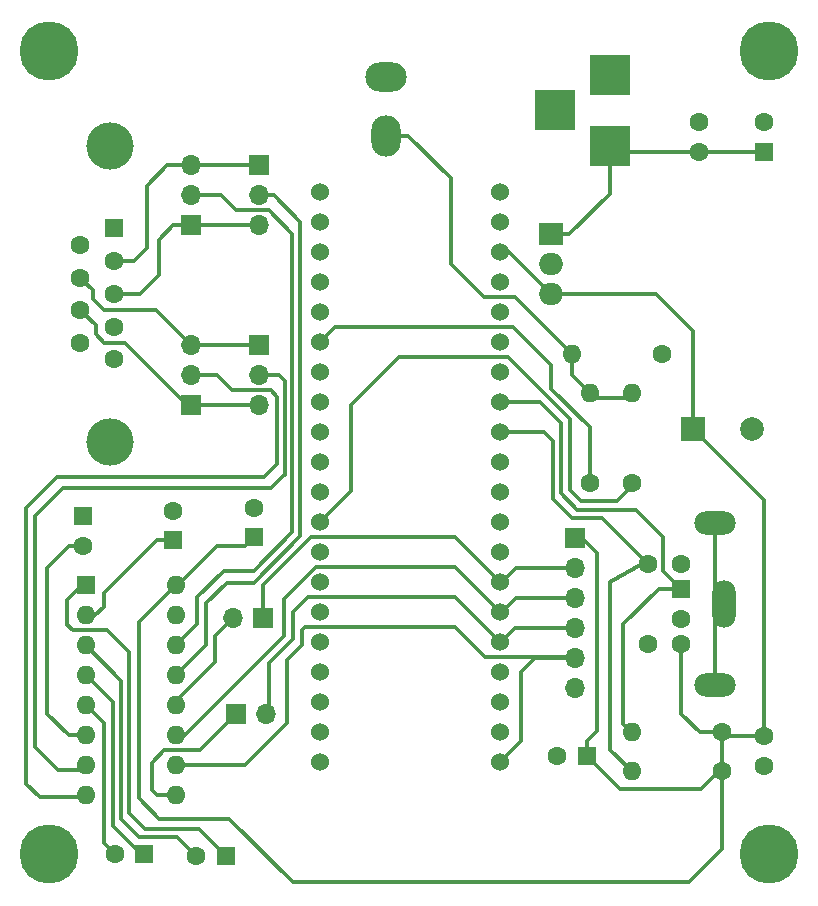
<source format=gbr>
%TF.GenerationSoftware,KiCad,Pcbnew,(6.0.2)*%
%TF.CreationDate,2022-10-05T14:19:39-05:00*%
%TF.ProjectId,OneChipTerminal,4f6e6543-6869-4705-9465-726d696e616c,rev?*%
%TF.SameCoordinates,Original*%
%TF.FileFunction,Copper,L2,Bot*%
%TF.FilePolarity,Positive*%
%FSLAX46Y46*%
G04 Gerber Fmt 4.6, Leading zero omitted, Abs format (unit mm)*
G04 Created by KiCad (PCBNEW (6.0.2)) date 2022-10-05 14:19:39*
%MOMM*%
%LPD*%
G01*
G04 APERTURE LIST*
%TA.AperFunction,ComponentPad*%
%ADD10R,1.600000X1.600000*%
%TD*%
%TA.AperFunction,ComponentPad*%
%ADD11C,1.600000*%
%TD*%
%TA.AperFunction,ComponentPad*%
%ADD12R,2.000000X2.000000*%
%TD*%
%TA.AperFunction,ComponentPad*%
%ADD13C,2.000000*%
%TD*%
%TA.AperFunction,ComponentPad*%
%ADD14R,3.500000X3.500000*%
%TD*%
%TA.AperFunction,ComponentPad*%
%ADD15O,1.600000X1.600000*%
%TD*%
%TA.AperFunction,ComponentPad*%
%ADD16C,5.000000*%
%TD*%
%TA.AperFunction,ComponentPad*%
%ADD17R,2.000000X1.905000*%
%TD*%
%TA.AperFunction,ComponentPad*%
%ADD18O,2.000000X1.905000*%
%TD*%
%TA.AperFunction,ComponentPad*%
%ADD19R,1.700000X1.700000*%
%TD*%
%TA.AperFunction,ComponentPad*%
%ADD20O,1.700000X1.700000*%
%TD*%
%TA.AperFunction,ComponentPad*%
%ADD21O,3.500000X2.500000*%
%TD*%
%TA.AperFunction,ComponentPad*%
%ADD22O,2.500000X3.500000*%
%TD*%
%TA.AperFunction,ComponentPad*%
%ADD23O,2.000000X4.000000*%
%TD*%
%TA.AperFunction,ComponentPad*%
%ADD24O,3.500000X2.000000*%
%TD*%
%TA.AperFunction,ComponentPad*%
%ADD25C,1.524000*%
%TD*%
%TA.AperFunction,ComponentPad*%
%ADD26C,4.000000*%
%TD*%
%TA.AperFunction,Conductor*%
%ADD27C,0.350000*%
%TD*%
G04 APERTURE END LIST*
D10*
%TO.P,C1,1*%
%TO.N,+5V*%
X160528000Y-123698000D03*
D11*
%TO.P,C1,2*%
%TO.N,GND*%
X158028000Y-123698000D03*
%TD*%
D10*
%TO.P,C8,1*%
%TO.N,Net-(C6-Pad1)*%
X175500000Y-72500000D03*
D11*
%TO.P,C8,2*%
%TO.N,GND*%
X175500000Y-70000000D03*
%TD*%
D12*
%TO.P,C11,1*%
%TO.N,+5V*%
X169500000Y-96000000D03*
D13*
%TO.P,C11,2*%
%TO.N,GND*%
X174500000Y-96000000D03*
%TD*%
D14*
%TO.P,J1,1*%
%TO.N,Net-(C6-Pad1)*%
X162500000Y-72000000D03*
%TO.P,J1,2*%
%TO.N,GND*%
X162500000Y-66000000D03*
%TO.P,J1,3*%
%TO.N,unconnected-(J1-Pad3)*%
X157800000Y-69000000D03*
%TD*%
D11*
%TO.P,R1,1*%
%TO.N,+5V*%
X171958000Y-124968000D03*
D15*
%TO.P,R1,2*%
%TO.N,PS2CLK*%
X164338000Y-124968000D03*
%TD*%
D11*
%TO.P,R2,1*%
%TO.N,+5V*%
X171958000Y-121666000D03*
D15*
%TO.P,R2,2*%
%TO.N,PS2DATA*%
X164338000Y-121666000D03*
%TD*%
D11*
%TO.P,R6,1*%
%TO.N,Net-(R6-Pad1)*%
X160782000Y-100584000D03*
D15*
%TO.P,R6,2*%
%TO.N,Net-(J2-Pad2)*%
X160782000Y-92964000D03*
%TD*%
D11*
%TO.P,R7,1*%
%TO.N,Net-(R7-Pad1)*%
X164338000Y-100584000D03*
D15*
%TO.P,R7,2*%
%TO.N,Net-(J2-Pad2)*%
X164338000Y-92964000D03*
%TD*%
D16*
%TO.P,J3,1,Pin_1*%
%TO.N,GND*%
X115000000Y-64000000D03*
%TD*%
%TO.P,J4,1,Pin_1*%
%TO.N,GND*%
X115000000Y-132000000D03*
%TD*%
%TO.P,J5,1,Pin_1*%
%TO.N,GND*%
X176000000Y-132000000D03*
%TD*%
%TO.P,J6,1,Pin_1*%
%TO.N,GND*%
X176000000Y-64000000D03*
%TD*%
D17*
%TO.P,U4,1,IN*%
%TO.N,Net-(C6-Pad1)*%
X157500000Y-79500000D03*
D18*
%TO.P,U4,2,GND*%
%TO.N,GND*%
X157500000Y-82040000D03*
%TO.P,U4,3,OUT*%
%TO.N,+5V*%
X157500000Y-84580000D03*
%TD*%
D11*
%TO.P,C6,1*%
%TO.N,Net-(C6-Pad1)*%
X170000000Y-72500000D03*
%TO.P,C6,2*%
%TO.N,GND*%
X170000000Y-70000000D03*
%TD*%
%TO.P,R9,1*%
%TO.N,GND*%
X166878000Y-89662000D03*
D15*
%TO.P,R9,2*%
%TO.N,Net-(J2-Pad2)*%
X159258000Y-89662000D03*
%TD*%
D11*
%TO.P,C10,1*%
%TO.N,+5V*%
X175500000Y-122000000D03*
%TO.P,C10,2*%
%TO.N,GND*%
X175500000Y-124500000D03*
%TD*%
D19*
%TO.P,J8,1,Pin_1*%
%TO.N,+5V*%
X159512000Y-105240000D03*
D20*
%TO.P,J8,2,Pin_2*%
%TO.N,RX1*%
X159512000Y-107780000D03*
%TO.P,J8,3,Pin_3*%
%TO.N,TX1*%
X159512000Y-110320000D03*
%TO.P,J8,4,Pin_4*%
%TO.N,CTS*%
X159512000Y-112860000D03*
%TO.P,J8,5,Pin_5*%
%TO.N,RTS*%
X159512000Y-115400000D03*
%TO.P,J8,6,Pin_6*%
%TO.N,GND*%
X159512000Y-117940000D03*
%TD*%
D21*
%TO.P,J2,1,SHIELD*%
%TO.N,GND*%
X143520000Y-66185000D03*
D22*
%TO.P,J2,2,PIN*%
%TO.N,Net-(J2-Pad2)*%
X143520000Y-71185000D03*
%TD*%
D10*
%TO.P,P1,1,1*%
%TO.N,PS2DATA*%
X168500000Y-109500000D03*
D11*
%TO.P,P1,2,2*%
%TO.N,unconnected-(P1-Pad2)*%
X168500000Y-112100000D03*
%TO.P,P1,3,3*%
%TO.N,GND*%
X168500000Y-107400000D03*
%TO.P,P1,4,4*%
%TO.N,+5V*%
X168500000Y-114200000D03*
%TO.P,P1,5,5*%
%TO.N,PS2CLK*%
X165700000Y-107400000D03*
%TO.P,P1,6*%
%TO.N,unconnected-(P1-Pad6)*%
X165700000Y-114200000D03*
D23*
%TO.P,P1,7,Shell*%
%TO.N,unconnected-(P1-Pad7)*%
X172150000Y-110800000D03*
D24*
X171350000Y-117650000D03*
X171350000Y-103950000D03*
%TD*%
D25*
%TO.P,UB1,1,Vbat*%
%TO.N,unconnected-(UB1-Pad1)*%
X137922000Y-75946000D03*
%TO.P,UB1,2,PC13_5V_LED*%
%TO.N,unconnected-(UB1-Pad2)*%
X137922000Y-78486000D03*
%TO.P,UB1,3,PC14_5V_OSC32IN*%
%TO.N,unconnected-(UB1-Pad3)*%
X137922000Y-81026000D03*
%TO.P,UB1,4,PC15_5V_OSC32OUT*%
%TO.N,unconnected-(UB1-Pad4)*%
X137922000Y-83566000D03*
%TO.P,UB1,7,NRST_RESET*%
%TO.N,unconnected-(UB1-Pad7)*%
X137922000Y-116586000D03*
%TO.P,UB1,10,PA0_ADC0_CTS2_T2C1E_WKUP*%
%TO.N,unconnected-(UB1-Pad10)*%
X137922000Y-86106000D03*
%TO.P,UB1,11,PA1_ADC1_RTS2_T2C2*%
%TO.N,Net-(R6-Pad1)*%
X137922000Y-88646000D03*
%TO.P,UB1,12,PA2_ADC2_TX2_T2C3*%
%TO.N,unconnected-(UB1-Pad12)*%
X137922000Y-91186000D03*
%TO.P,UB1,13,PA3_ADC3_RX2_T2C4*%
%TO.N,unconnected-(UB1-Pad13)*%
X137922000Y-93726000D03*
%TO.P,UB1,14,PA4_ADC4_NSS1_CK2*%
%TO.N,unconnected-(UB1-Pad14)*%
X137922000Y-96266000D03*
%TO.P,UB1,15,PA5_ADC5_SCK1*%
%TO.N,unconnected-(UB1-Pad15)*%
X137922000Y-98806000D03*
%TO.P,UB1,16,PA6_ADC6_MISO1_T3C1_T1BKIN*%
%TO.N,unconnected-(UB1-Pad16)*%
X137922000Y-101346000D03*
%TO.P,UB1,17,PA7_ADC7_MOSI1_T3C2_T1C1N*%
%TO.N,Net-(R7-Pad1)*%
X137922000Y-103886000D03*
%TO.P,UB1,18,PB0_ADC8_T3C3_T1C2N*%
%TO.N,unconnected-(UB1-Pad18)*%
X137922000Y-106426000D03*
%TO.P,UB1,19,PB1_ADC9_T3C4_T1C3N*%
%TO.N,unconnected-(UB1-Pad19)*%
X137922000Y-108966000D03*
%TO.P,UB1,21,PB10_SCL2_TX3_T2C3N_5V*%
%TO.N,unconnected-(UB1-Pad21)*%
X137922000Y-111506000D03*
%TO.P,UB1,22,PB11_SDA2_RX3_T2C4N_5V*%
%TO.N,unconnected-(UB1-Pad22)*%
X137922000Y-114046000D03*
%TO.P,UB1,25,PB12_SMBAI2_NSS2_T1BKIN_CK3_5V*%
%TO.N,RTS*%
X153162000Y-124206000D03*
%TO.P,UB1,26,PB13_SCK2_T1C1N_CTS3_5V*%
%TO.N,SCKCARD*%
X153162000Y-121666000D03*
%TO.P,UB1,27,PB14_MISO2_T1C2N_RTS3_5V*%
%TO.N,MISOCARD*%
X153162000Y-119126000D03*
%TO.P,UB1,28,PB15_MOSI2_T1C3N_5V*%
%TO.N,MOSICARD*%
X153162000Y-116586000D03*
%TO.P,UB1,29,PA8_CK1_T1C1_MCO_5V*%
%TO.N,CTS*%
X153162000Y-114046000D03*
%TO.P,UB1,30,PA9_TX1_T1C2_5V*%
%TO.N,TX1*%
X153162000Y-111506000D03*
%TO.P,UB1,31,PA10_RX1_T1C3_5V*%
%TO.N,RX1*%
X153162000Y-108966000D03*
%TO.P,UB1,32,PA11_USBM_CTS1_T1C4_CANRX_5V*%
%TO.N,unconnected-(UB1-Pad32)*%
X153162000Y-106426000D03*
%TO.P,UB1,33,PA12_USBP_RTS1_T1ETR_CANTX_5V*%
%TO.N,unconnected-(UB1-Pad33)*%
X153162000Y-103886000D03*
%TO.P,UB1,38,PA15_JTDI_NSS1_T2C1E_5V*%
%TO.N,unconnected-(UB1-Pad38)*%
X153162000Y-101346000D03*
%TO.P,UB1,39,PB3_JTDO_SCK1_T2C2_5V*%
%TO.N,unconnected-(UB1-Pad39)*%
X153162000Y-98806000D03*
%TO.P,UB1,40,PB4_JTRST_MISO1_T3C1_5V*%
%TO.N,PS2CLK*%
X153162000Y-96266000D03*
%TO.P,UB1,41,PB5_SMBAI1_MOSI1_T2C2*%
%TO.N,PS2DATA*%
X153162000Y-93726000D03*
%TO.P,UB1,42,PB6_SCL1_T4C1_TX1_5V*%
%TO.N,unconnected-(UB1-Pad42)*%
X153162000Y-91186000D03*
%TO.P,UB1,43,PB7_SDA1_T4C2_RX1_5V*%
%TO.N,unconnected-(UB1-Pad43)*%
X153162000Y-88646000D03*
%TO.P,UB1,45,PB8_T4C3_SCL1_CANRX_5V*%
%TO.N,unconnected-(UB1-Pad45)*%
X153162000Y-86106000D03*
%TO.P,UB1,46,PB9_T4C4_SDA1_CANTX_5V*%
%TO.N,unconnected-(UB1-Pad46)*%
X153162000Y-83566000D03*
%TO.P,UB1,70,+3.3V*%
%TO.N,+3V3*%
X137922000Y-119126000D03*
%TO.P,UB1,71,GND*%
%TO.N,GND*%
X137922000Y-121666000D03*
%TO.P,UB1,72,GND*%
X137922000Y-124206000D03*
%TO.P,UB1,73,+3.3V*%
%TO.N,unconnected-(UB1-Pad73)*%
X153162000Y-75946000D03*
%TO.P,UB1,74,GND*%
%TO.N,GND*%
X153162000Y-78486000D03*
%TO.P,UB1,75,+5V*%
%TO.N,+5V*%
X153162000Y-81026000D03*
%TD*%
D10*
%TO.P,C7,1*%
%TO.N,Net-(C7-Pad1)*%
X125476000Y-105410000D03*
D11*
%TO.P,C7,2*%
%TO.N,GND*%
X125476000Y-102910000D03*
%TD*%
D19*
%TO.P,JP4,1,A*%
%TO.N,RTSP*%
X132750000Y-88900000D03*
D20*
%TO.P,JP4,2,C*%
%TO.N,Net-(JP4-Pad2)*%
X132750000Y-91440000D03*
%TO.P,JP4,3,B*%
%TO.N,CTSP*%
X132750000Y-93980000D03*
%TD*%
D10*
%TO.P,C3,1*%
%TO.N,+5V*%
X132334000Y-105156000D03*
D11*
%TO.P,C3,2*%
%TO.N,GND*%
X132334000Y-102656000D03*
%TD*%
D10*
%TO.P,C2,1*%
%TO.N,Net-(C2-Pad1)*%
X129965113Y-132100000D03*
D11*
%TO.P,C2,2*%
%TO.N,Net-(C2-Pad2)*%
X127465113Y-132100000D03*
%TD*%
D19*
%TO.P,JP5,1,A*%
%TO.N,RX1*%
X133096000Y-112014000D03*
D20*
%TO.P,JP5,2,B*%
%TO.N,Net-(JP5-Pad2)*%
X130556000Y-112014000D03*
%TD*%
D19*
%TO.P,JP1,1,A*%
%TO.N,CTSP*%
X127000000Y-93965000D03*
D20*
%TO.P,JP1,2,C*%
%TO.N,Net-(JP1-Pad2)*%
X127000000Y-91425000D03*
%TO.P,JP1,3,B*%
%TO.N,RTSP*%
X127000000Y-88885000D03*
%TD*%
D19*
%TO.P,JP6,1,A*%
%TO.N,Net-(JP6-Pad1)*%
X130810000Y-120142000D03*
D20*
%TO.P,JP6,2,B*%
%TO.N,CTS*%
X133350000Y-120142000D03*
%TD*%
D19*
%TO.P,JP3,1,A*%
%TO.N,TXDP*%
X127000000Y-78740000D03*
D20*
%TO.P,JP3,2,C*%
%TO.N,Net-(JP3-Pad2)*%
X127000000Y-76200000D03*
%TO.P,JP3,3,B*%
%TO.N,RXDP*%
X127000000Y-73660000D03*
%TD*%
D19*
%TO.P,JP2,1,A*%
%TO.N,RXDP*%
X132750000Y-73660000D03*
D20*
%TO.P,JP2,2,C*%
%TO.N,Net-(JP2-Pad2)*%
X132750000Y-76200000D03*
%TO.P,JP2,3,B*%
%TO.N,TXDP*%
X132750000Y-78740000D03*
%TD*%
D26*
%TO.P,J7,0*%
%TO.N,N/C*%
X120200000Y-97040000D03*
X120200000Y-72040000D03*
D10*
%TO.P,J7,1,1*%
%TO.N,unconnected-(J7-Pad1)*%
X120500000Y-79000000D03*
D11*
%TO.P,J7,2,2*%
%TO.N,RXDP*%
X120500000Y-81770000D03*
%TO.P,J7,3,3*%
%TO.N,TXDP*%
X120500000Y-84540000D03*
%TO.P,J7,4,4*%
%TO.N,unconnected-(J7-Pad4)*%
X120500000Y-87310000D03*
%TO.P,J7,5,5*%
%TO.N,GND*%
X120500000Y-90080000D03*
%TO.P,J7,6,6*%
%TO.N,unconnected-(J7-Pad6)*%
X117660000Y-80385000D03*
%TO.P,J7,7,7*%
%TO.N,RTSP*%
X117660000Y-83155000D03*
%TO.P,J7,8,8*%
%TO.N,CTSP*%
X117660000Y-85925000D03*
%TO.P,J7,9,9*%
%TO.N,unconnected-(J7-Pad9)*%
X117660000Y-88695000D03*
%TD*%
D10*
%TO.P,C4,1*%
%TO.N,Net-(C4-Pad1)*%
X123075113Y-131970000D03*
D11*
%TO.P,C4,2*%
%TO.N,Net-(C4-Pad2)*%
X120575113Y-131970000D03*
%TD*%
D10*
%TO.P,C5,1*%
%TO.N,GND*%
X117856000Y-103378000D03*
D11*
%TO.P,C5,2*%
%TO.N,Net-(C5-Pad2)*%
X117856000Y-105878000D03*
%TD*%
D10*
%TO.P,U1,1,C1+*%
%TO.N,Net-(C2-Pad1)*%
X118110000Y-109220000D03*
D15*
%TO.P,U1,2,VS+*%
%TO.N,Net-(C7-Pad1)*%
X118110000Y-111760000D03*
%TO.P,U1,3,C1-*%
%TO.N,Net-(C2-Pad2)*%
X118110000Y-114300000D03*
%TO.P,U1,4,C2+*%
%TO.N,Net-(C4-Pad1)*%
X118110000Y-116840000D03*
%TO.P,U1,5,C2-*%
%TO.N,Net-(C4-Pad2)*%
X118110000Y-119380000D03*
%TO.P,U1,6,VS-*%
%TO.N,Net-(C5-Pad2)*%
X118110000Y-121920000D03*
%TO.P,U1,7,T2OUT*%
%TO.N,Net-(JP4-Pad2)*%
X118110000Y-124460000D03*
%TO.P,U1,8,R2IN*%
%TO.N,Net-(JP1-Pad2)*%
X118110000Y-127000000D03*
%TO.P,U1,9,R2OUT*%
%TO.N,Net-(JP6-Pad1)*%
X125730000Y-127000000D03*
%TO.P,U1,10,T2IN*%
%TO.N,RTS*%
X125730000Y-124460000D03*
%TO.P,U1,11,T1IN*%
%TO.N,TX1*%
X125730000Y-121920000D03*
%TO.P,U1,12,R1OUT*%
%TO.N,Net-(JP5-Pad2)*%
X125730000Y-119380000D03*
%TO.P,U1,13,R1IN*%
%TO.N,Net-(JP2-Pad2)*%
X125730000Y-116840000D03*
%TO.P,U1,14,T1OUT*%
%TO.N,Net-(JP3-Pad2)*%
X125730000Y-114300000D03*
%TO.P,U1,15,GND*%
%TO.N,GND*%
X125730000Y-111760000D03*
%TO.P,U1,16,VCC*%
%TO.N,+5V*%
X125730000Y-109220000D03*
%TD*%
D27*
%TO.N,+5V*%
X175500000Y-102000000D02*
X169500000Y-96000000D01*
X153946000Y-81026000D02*
X157500000Y-84580000D01*
X129219888Y-105885112D02*
X131604888Y-105885112D01*
X125885000Y-109220000D02*
X129219888Y-105885112D01*
X125730000Y-109220000D02*
X122610000Y-112340000D01*
X170180000Y-126492000D02*
X171704000Y-124968000D01*
X161375000Y-106511000D02*
X160104000Y-105240000D01*
X161375000Y-121581000D02*
X161375000Y-106511000D01*
X169500000Y-96000000D02*
X169500000Y-87712000D01*
X172000000Y-124926000D02*
X171958000Y-124968000D01*
X172292000Y-122000000D02*
X175500000Y-122000000D01*
X168500000Y-114200000D02*
X168500000Y-120075000D01*
X135636000Y-134366000D02*
X130240000Y-128970000D01*
X122610000Y-127230000D02*
X124350000Y-128970000D01*
X125730000Y-109220000D02*
X125885000Y-109220000D01*
X171958000Y-121666000D02*
X172292000Y-122000000D01*
X131604888Y-105885112D02*
X132334000Y-105156000D01*
X175500000Y-122000000D02*
X175500000Y-102000000D01*
X169164000Y-134366000D02*
X135636000Y-134366000D01*
X160528000Y-123698000D02*
X160528000Y-122428000D01*
X171958000Y-124968000D02*
X171958000Y-131572000D01*
X168500000Y-120075000D02*
X170091000Y-121666000D01*
X124350000Y-128970000D02*
X130240000Y-128970000D01*
X171704000Y-124968000D02*
X171958000Y-124968000D01*
X160528000Y-123698000D02*
X163322000Y-126492000D01*
X163322000Y-126492000D02*
X170180000Y-126492000D01*
X169500000Y-87712000D02*
X166368000Y-84580000D01*
X172000000Y-121708000D02*
X172000000Y-124926000D01*
X122610000Y-112340000D02*
X122610000Y-127230000D01*
X160528000Y-122428000D02*
X161375000Y-121581000D01*
X170091000Y-121666000D02*
X171958000Y-121666000D01*
X171958000Y-131572000D02*
X169164000Y-134366000D01*
X153162000Y-81026000D02*
X153946000Y-81026000D01*
X160104000Y-105240000D02*
X159512000Y-105240000D01*
X166368000Y-84580000D02*
X157500000Y-84580000D01*
%TO.N,Net-(C6-Pad1)*%
X159050000Y-79500000D02*
X162500000Y-76050000D01*
X162500000Y-76050000D02*
X162500000Y-72000000D01*
X163000000Y-72500000D02*
X162500000Y-72000000D01*
X175500000Y-72500000D02*
X170000000Y-72500000D01*
X170000000Y-72500000D02*
X163000000Y-72500000D01*
X157500000Y-79500000D02*
X159050000Y-79500000D01*
%TO.N,PS2DATA*%
X163600000Y-120928000D02*
X164338000Y-121666000D01*
X153162000Y-93726000D02*
X156536000Y-93726000D01*
X159700000Y-102800000D02*
X164725000Y-102800000D01*
X167025000Y-105100000D02*
X167025000Y-108025000D01*
X167025000Y-108025000D02*
X168500000Y-109500000D01*
X164725000Y-102800000D02*
X167025000Y-105100000D01*
X158310000Y-101410000D02*
X159700000Y-102800000D01*
X158310000Y-95500000D02*
X158310000Y-101410000D01*
X163600000Y-112525000D02*
X163600000Y-120928000D01*
X156536000Y-93726000D02*
X158310000Y-95500000D01*
X168500000Y-109500000D02*
X166625000Y-109500000D01*
X166625000Y-109500000D02*
X163600000Y-112525000D01*
%TO.N,PS2CLK*%
X156906000Y-96266000D02*
X153162000Y-96266000D01*
X165700000Y-107400000D02*
X165200000Y-107400000D01*
X161800000Y-103500000D02*
X159270000Y-103500000D01*
X157660000Y-101890000D02*
X157660000Y-97020000D01*
X162500000Y-123130000D02*
X164338000Y-124968000D01*
X157660000Y-97020000D02*
X156906000Y-96266000D01*
X165200000Y-107400000D02*
X162500000Y-108975000D01*
X165700000Y-107400000D02*
X161800000Y-103500000D01*
X159270000Y-103500000D02*
X157660000Y-101890000D01*
X162500000Y-108975000D02*
X162500000Y-123130000D01*
%TO.N,Net-(R6-Pad1)*%
X157540000Y-90590000D02*
X157540000Y-92580000D01*
X157540000Y-92580000D02*
X160782000Y-95822000D01*
X139193000Y-87375000D02*
X154325000Y-87375000D01*
X154325000Y-87375000D02*
X157540000Y-90590000D01*
X160782000Y-95822000D02*
X160782000Y-100584000D01*
X137922000Y-88646000D02*
X139193000Y-87375000D01*
%TO.N,Net-(J2-Pad2)*%
X149000000Y-82050000D02*
X149000000Y-74760000D01*
X160782000Y-92964000D02*
X159258000Y-91440000D01*
X145390000Y-71150000D02*
X143790000Y-71150000D01*
X149000000Y-74760000D02*
X145390000Y-71150000D01*
X164338000Y-92964000D02*
X163922000Y-93380000D01*
X161198000Y-93380000D02*
X160782000Y-92964000D01*
X154436000Y-84840000D02*
X151790000Y-84840000D01*
X159258000Y-89662000D02*
X154436000Y-84840000D01*
X159258000Y-91440000D02*
X159258000Y-89662000D01*
X151790000Y-84840000D02*
X149000000Y-82050000D01*
X163922000Y-93380000D02*
X161198000Y-93380000D01*
%TO.N,Net-(R7-Pad1)*%
X163066000Y-102110000D02*
X160080000Y-102110000D01*
X140600000Y-101208000D02*
X137922000Y-103886000D01*
X160080000Y-102110000D02*
X159140000Y-101170000D01*
X144650000Y-89900000D02*
X140600000Y-93950000D01*
X164338000Y-100838000D02*
X163066000Y-102110000D01*
X159140000Y-101170000D02*
X159140000Y-95165000D01*
X140600000Y-93950000D02*
X140600000Y-101208000D01*
X153875000Y-89900000D02*
X144650000Y-89900000D01*
X164338000Y-100584000D02*
X164338000Y-100838000D01*
X159140000Y-95165000D02*
X153875000Y-89900000D01*
%TO.N,RXDP*%
X122180000Y-81770000D02*
X123270000Y-80680000D01*
X123270000Y-75400000D02*
X125010000Y-73660000D01*
X120500000Y-81770000D02*
X122180000Y-81770000D01*
X123270000Y-80680000D02*
X123270000Y-75400000D01*
X132750000Y-73660000D02*
X127000000Y-73660000D01*
X125010000Y-73660000D02*
X127000000Y-73660000D01*
%TO.N,RX1*%
X154570000Y-107780000D02*
X153384000Y-108966000D01*
X153384000Y-108966000D02*
X153162000Y-108966000D01*
X133096000Y-112014000D02*
X133096000Y-109220000D01*
X133096000Y-109220000D02*
X137160000Y-105156000D01*
X137160000Y-105156000D02*
X149352000Y-105156000D01*
X159512000Y-107780000D02*
X154570000Y-107780000D01*
X149352000Y-105156000D02*
X153162000Y-108966000D01*
%TO.N,TX1*%
X137584730Y-107696000D02*
X149352000Y-107696000D01*
X126492000Y-121920000D02*
X134874000Y-113538000D01*
X125730000Y-121920000D02*
X126492000Y-121920000D01*
X149352000Y-107696000D02*
X153162000Y-111506000D01*
X134874000Y-113538000D02*
X134874000Y-110406730D01*
X153314000Y-111506000D02*
X153162000Y-111506000D01*
X154500000Y-110320000D02*
X153314000Y-111506000D01*
X159512000Y-110320000D02*
X154500000Y-110320000D01*
X134874000Y-110406730D02*
X137584730Y-107696000D01*
%TO.N,TXDP*%
X122670000Y-84540000D02*
X124280000Y-82930000D01*
X127000000Y-78740000D02*
X132750000Y-78740000D01*
X125510000Y-78740000D02*
X127000000Y-78740000D01*
X120500000Y-84540000D02*
X122670000Y-84540000D01*
X124280000Y-79970000D02*
X125510000Y-78740000D01*
X124280000Y-82930000D02*
X124280000Y-79970000D01*
%TO.N,RTSP*%
X119690000Y-85920000D02*
X124035000Y-85920000D01*
X118760000Y-84990000D02*
X119690000Y-85920000D01*
X127000000Y-88885000D02*
X132735000Y-88885000D01*
X117660000Y-83155000D02*
X118760000Y-84255000D01*
X118760000Y-84255000D02*
X118760000Y-84990000D01*
X124035000Y-85920000D02*
X127000000Y-88885000D01*
X132735000Y-88885000D02*
X132750000Y-88900000D01*
%TO.N,CTSP*%
X121410000Y-88660000D02*
X126715000Y-93965000D01*
X132750000Y-93980000D02*
X127015000Y-93980000D01*
X119690000Y-88660000D02*
X121410000Y-88660000D01*
X127015000Y-93980000D02*
X127000000Y-93965000D01*
X127000000Y-93965000D02*
X126715000Y-93965000D01*
X118950000Y-87920000D02*
X119690000Y-88660000D01*
X118950000Y-87215000D02*
X118950000Y-87920000D01*
X117660000Y-85925000D02*
X118950000Y-87215000D01*
%TO.N,Net-(JP1-Pad2)*%
X117955000Y-127155000D02*
X118110000Y-127000000D01*
X134330000Y-98930000D02*
X133220000Y-100040000D01*
X113070000Y-102630000D02*
X113070000Y-126030000D01*
X130460000Y-92700000D02*
X129185000Y-91425000D01*
X114195000Y-127155000D02*
X117955000Y-127155000D01*
X115660000Y-100040000D02*
X113070000Y-102630000D01*
X129185000Y-91425000D02*
X127000000Y-91425000D01*
X113070000Y-126030000D02*
X114195000Y-127155000D01*
X134330000Y-98930000D02*
X134330000Y-93250000D01*
X133780000Y-92700000D02*
X130460000Y-92700000D01*
X133220000Y-100040000D02*
X115660000Y-100040000D01*
X134330000Y-93250000D02*
X133780000Y-92700000D01*
%TO.N,Net-(JP2-Pad2)*%
X134070000Y-76200000D02*
X132750000Y-76200000D01*
X130029000Y-108985000D02*
X132315000Y-108985000D01*
X136290000Y-78420000D02*
X134070000Y-76200000D01*
X128270000Y-114300000D02*
X128270000Y-110744000D01*
X132315000Y-108985000D02*
X136290000Y-105010000D01*
X128270000Y-110744000D02*
X130029000Y-108985000D01*
X125730000Y-116840000D02*
X128270000Y-114300000D01*
X136290000Y-105010000D02*
X136290000Y-78420000D01*
%TO.N,Net-(JP3-Pad2)*%
X135610000Y-104674000D02*
X135610000Y-79450000D01*
X130870000Y-77480000D02*
X129590000Y-76200000D01*
X127508000Y-112522000D02*
X127508000Y-110236000D01*
X129779000Y-107965000D02*
X132319000Y-107965000D01*
X133630000Y-77470000D02*
X131520000Y-77470000D01*
X131520000Y-77470000D02*
X131510000Y-77480000D01*
X129590000Y-76200000D02*
X127000000Y-76200000D01*
X127508000Y-110236000D02*
X129779000Y-107965000D01*
X125730000Y-114300000D02*
X127508000Y-112522000D01*
X135610000Y-79450000D02*
X133630000Y-77470000D01*
X132319000Y-107965000D02*
X135610000Y-104674000D01*
X131510000Y-77480000D02*
X130870000Y-77480000D01*
%TO.N,Net-(JP4-Pad2)*%
X117730000Y-124840000D02*
X115750000Y-124840000D01*
X113840000Y-122930000D02*
X113840000Y-103340000D01*
X134470000Y-91440000D02*
X132750000Y-91440000D01*
X118110000Y-124460000D02*
X117730000Y-124840000D01*
X113840000Y-103340000D02*
X116170000Y-101010000D01*
X134970000Y-91940000D02*
X134470000Y-91440000D01*
X116170000Y-101010000D02*
X133780000Y-101010000D01*
X134970000Y-99835000D02*
X134970000Y-91940000D01*
X115750000Y-124840000D02*
X113840000Y-122930000D01*
X133780000Y-101010000D02*
X134970000Y-99820000D01*
%TO.N,unconnected-(P1-Pad7)*%
X171350000Y-110000000D02*
X172150000Y-110800000D01*
X171350000Y-111600000D02*
X172150000Y-110800000D01*
X171350000Y-103950000D02*
X171350000Y-110000000D01*
X171350000Y-117650000D02*
X171350000Y-111600000D01*
%TO.N,Net-(C2-Pad1)*%
X117800000Y-109220000D02*
X116540000Y-110480000D01*
X117000000Y-113020000D02*
X119930000Y-113020000D01*
X119930000Y-113020000D02*
X121800000Y-114890000D01*
X121800000Y-128460000D02*
X123150000Y-129810000D01*
X118110000Y-109220000D02*
X117800000Y-109220000D01*
X116540000Y-110480000D02*
X116540000Y-112560000D01*
X116540000Y-112560000D02*
X117000000Y-113020000D01*
X121800000Y-114890000D02*
X121800000Y-128460000D01*
X127675113Y-129810000D02*
X129965113Y-132100000D01*
X123150000Y-129810000D02*
X127675113Y-129810000D01*
%TO.N,Net-(C7-Pad1)*%
X119630000Y-109880000D02*
X119630000Y-111030000D01*
X124100000Y-105410000D02*
X119630000Y-109880000D01*
X118900000Y-111760000D02*
X118110000Y-111760000D01*
X119630000Y-111030000D02*
X118900000Y-111760000D01*
X125476000Y-105410000D02*
X124100000Y-105410000D01*
%TO.N,Net-(C2-Pad2)*%
X118110000Y-114300000D02*
X121120000Y-117310000D01*
X125865113Y-130500000D02*
X127465113Y-132100000D01*
X121120000Y-128970000D02*
X122650000Y-130500000D01*
X121120000Y-117310000D02*
X121120000Y-128970000D01*
X122650000Y-130500000D02*
X125865113Y-130500000D01*
%TO.N,Net-(C4-Pad1)*%
X122790000Y-131970000D02*
X123075113Y-131970000D01*
X118110000Y-116840000D02*
X120390000Y-119120000D01*
X120390000Y-119120000D02*
X120390000Y-129570000D01*
X120390000Y-129570000D02*
X122790000Y-131970000D01*
%TO.N,Net-(C4-Pad2)*%
X119640000Y-120910000D02*
X119640000Y-131034887D01*
X118110000Y-119380000D02*
X119640000Y-120910000D01*
X119640000Y-131034887D02*
X120575113Y-131970000D01*
%TO.N,Net-(C5-Pad2)*%
X117856000Y-105878000D02*
X116722000Y-105878000D01*
X116722000Y-105878000D02*
X114820000Y-107780000D01*
X114820000Y-120070000D02*
X116670000Y-121920000D01*
X114820000Y-107780000D02*
X114820000Y-120070000D01*
X116670000Y-121920000D02*
X118110000Y-121920000D01*
%TO.N,CTS*%
X133604000Y-119888000D02*
X133604000Y-115824000D01*
X154450000Y-112860000D02*
X153264000Y-114046000D01*
X135636000Y-111506000D02*
X136906000Y-110236000D01*
X136906000Y-110236000D02*
X149352000Y-110236000D01*
X133604000Y-115824000D02*
X135636000Y-113792000D01*
X149352000Y-110236000D02*
X153162000Y-114046000D01*
X153264000Y-114046000D02*
X153162000Y-114046000D01*
X159512000Y-112860000D02*
X154450000Y-112860000D01*
X133350000Y-120142000D02*
X133604000Y-119888000D01*
X135636000Y-113792000D02*
X135636000Y-111506000D01*
%TO.N,RTS*%
X131572000Y-124460000D02*
X135128000Y-120904000D01*
X156126000Y-115400000D02*
X159512000Y-115400000D01*
X153162000Y-124206000D02*
X154940000Y-122428000D01*
X135128000Y-120904000D02*
X135128000Y-115570000D01*
X149352000Y-112776000D02*
X151892000Y-115316000D01*
X159428000Y-115316000D02*
X159512000Y-115400000D01*
X125730000Y-124460000D02*
X131572000Y-124460000D01*
X154940000Y-116586000D02*
X156126000Y-115400000D01*
X135128000Y-115570000D02*
X136398000Y-114300000D01*
X154940000Y-122428000D02*
X154940000Y-116586000D01*
X136652000Y-112776000D02*
X149352000Y-112776000D01*
X136398000Y-113030000D02*
X136652000Y-112776000D01*
X151892000Y-115316000D02*
X159428000Y-115316000D01*
X136398000Y-114300000D02*
X136398000Y-113030000D01*
%TO.N,Net-(JP5-Pad2)*%
X129032000Y-115697000D02*
X125730000Y-118999000D01*
X129032000Y-113538000D02*
X129032000Y-115697000D01*
X130556000Y-112014000D02*
X129032000Y-113538000D01*
X125730000Y-118999000D02*
X125730000Y-119380000D01*
%TO.N,Net-(JP6-Pad1)*%
X124140000Y-127000000D02*
X123710000Y-126570000D01*
X123710000Y-126570000D02*
X123710000Y-124220000D01*
X123710000Y-124220000D02*
X124750000Y-123180000D01*
X124750000Y-123180000D02*
X127772000Y-123180000D01*
X125730000Y-127000000D02*
X124140000Y-127000000D01*
X127772000Y-123180000D02*
X130810000Y-120142000D01*
%TD*%
M02*

</source>
